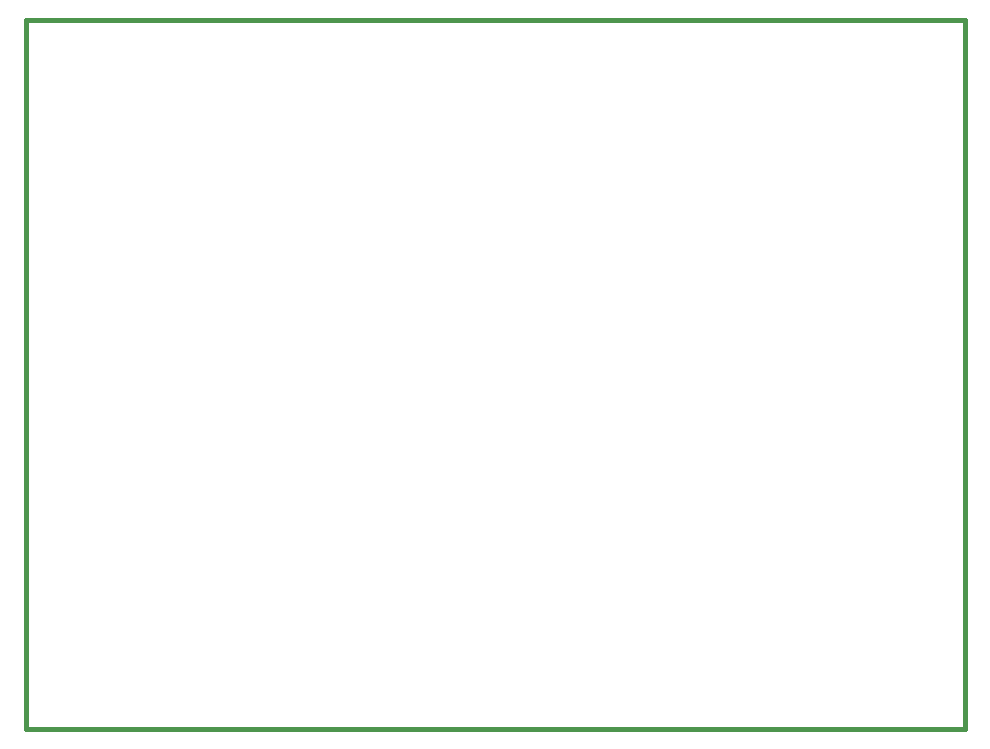
<source format=gbr>
G04 (created by PCBNEW-RS274X (2012-apr-16-27)-stable) date mån 17 feb 2014 22:33:06*
G01*
G70*
G90*
%MOIN*%
G04 Gerber Fmt 3.4, Leading zero omitted, Abs format*
%FSLAX34Y34*%
G04 APERTURE LIST*
%ADD10C,0.006000*%
%ADD11C,0.015000*%
G04 APERTURE END LIST*
G54D10*
G54D11*
X48622Y-37205D02*
X48622Y-37402D01*
X79921Y-37205D02*
X79921Y-37402D01*
X79921Y-37205D02*
X79921Y-36811D01*
X48622Y-37205D02*
X48622Y-36811D01*
X79921Y-36811D02*
X79921Y-13976D01*
X79921Y-36811D02*
X79921Y-36614D01*
X48622Y-37402D02*
X79921Y-37402D01*
X48622Y-13780D02*
X48622Y-36811D01*
X79921Y-13780D02*
X48622Y-13780D01*
X79921Y-14173D02*
X79921Y-13780D01*
M02*

</source>
